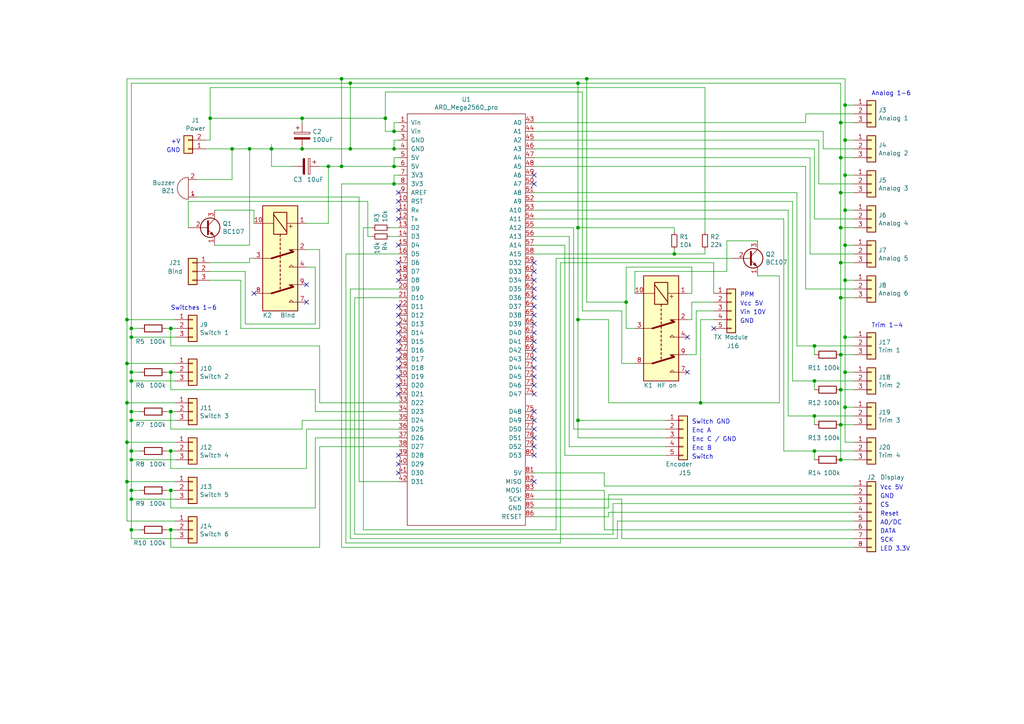
<source format=kicad_sch>
(kicad_sch (version 20211123) (generator eeschema)
  (paper "A4")
  (lib_symbols
    (symbol "Connector_Generic:Conn_01x02" (pin_names (offset 1.016) hide)
      (property "Reference" "J" (at 0 2.54 0))
      (property "Value" "Conn_01x02" (at 0 -5.08 0))
      (symbol "Conn_01x02_1_1"
        (rectangle (start -1.27 -2.413) (end 0 -2.667) (stroke (width 0.1524)))
        (rectangle (start -1.27 0.127) (end 0 -0.127) (stroke (width 0.1524)))
        (rectangle (start -1.27 1.27) (end 1.27 -3.81) (stroke (width 0.254)) (fill (type background)))
        (pin passive line (at -5.08 0 0) (length 3.81) (name "Pin_1") (number "1"))
        (pin passive line (at -5.08 -2.54 0) (length 3.81) (name "Pin_2") (number "2"))
      )
    )
    (symbol "Connector_Generic:Conn_01x03" (pin_names (offset 1.016) hide)
      (property "Reference" "J" (at 0 5.08 0))
      (property "Value" "Conn_01x03" (at 0 -5.08 0))
      (symbol "Conn_01x03_1_1"
        (rectangle (start -1.27 -2.413) (end 0 -2.667) (stroke (width 0.1524)))
        (rectangle (start -1.27 0.127) (end 0 -0.127) (stroke (width 0.1524)))
        (rectangle (start -1.27 2.667) (end 0 2.413) (stroke (width 0.1524)))
        (rectangle (start -1.27 3.81) (end 1.27 -3.81) (stroke (width 0.254)) (fill (type background)))
        (pin passive line (at -5.08 2.54 0) (length 3.81) (name "Pin_1") (number "1"))
        (pin passive line (at -5.08 0 0) (length 3.81) (name "Pin_2") (number "2"))
        (pin passive line (at -5.08 -2.54 0) (length 3.81) (name "Pin_3") (number "3"))
      )
    )
    (symbol "Connector_Generic:Conn_01x05" (pin_names (offset 1.016) hide)
      (property "Reference" "J" (at 0 7.62 0))
      (property "Value" "Conn_01x05" (at 0 -7.62 0))
      (symbol "Conn_01x05_1_1"
        (rectangle (start -1.27 -4.953) (end 0 -5.207) (stroke (width 0.1524)))
        (rectangle (start -1.27 -2.413) (end 0 -2.667) (stroke (width 0.1524)))
        (rectangle (start -1.27 0.127) (end 0 -0.127) (stroke (width 0.1524)))
        (rectangle (start -1.27 2.667) (end 0 2.413) (stroke (width 0.1524)))
        (rectangle (start -1.27 5.207) (end 0 4.953) (stroke (width 0.1524)))
        (rectangle (start -1.27 6.35) (end 1.27 -6.35) (stroke (width 0.254)) (fill (type background)))
        (pin passive line (at -5.08 5.08 0) (length 3.81) (name "Pin_1") (number "1"))
        (pin passive line (at -5.08 2.54 0) (length 3.81) (name "Pin_2") (number "2"))
        (pin passive line (at -5.08 0 0) (length 3.81) (name "Pin_3") (number "3"))
        (pin passive line (at -5.08 -2.54 0) (length 3.81) (name "Pin_4") (number "4"))
        (pin passive line (at -5.08 -5.08 0) (length 3.81) (name "Pin_5") (number "5"))
      )
    )
    (symbol "Connector_Generic:Conn_01x08" (pin_names (offset 1.016) hide)
      (property "Reference" "J" (at 0 10.16 0))
      (property "Value" "Conn_01x08" (at 0 -12.7 0))
      (symbol "Conn_01x08_1_1"
        (rectangle (start -1.27 -10.033) (end 0 -10.287) (stroke (width 0.1524)))
        (rectangle (start -1.27 -7.493) (end 0 -7.747) (stroke (width 0.1524)))
        (rectangle (start -1.27 -4.953) (end 0 -5.207) (stroke (width 0.1524)))
        (rectangle (start -1.27 -2.413) (end 0 -2.667) (stroke (width 0.1524)))
        (rectangle (start -1.27 0.127) (end 0 -0.127) (stroke (width 0.1524)))
        (rectangle (start -1.27 2.667) (end 0 2.413) (stroke (width 0.1524)))
        (rectangle (start -1.27 5.207) (end 0 4.953) (stroke (width 0.1524)))
        (rectangle (start -1.27 7.747) (end 0 7.493) (stroke (width 0.1524)))
        (rectangle (start -1.27 8.89) (end 1.27 -11.43) (stroke (width 0.254)) (fill (type background)))
        (pin passive line (at -5.08 7.62 0) (length 3.81) (name "Pin_1") (number "1"))
        (pin passive line (at -5.08 5.08 0) (length 3.81) (name "Pin_2") (number "2"))
        (pin passive line (at -5.08 2.54 0) (length 3.81) (name "Pin_3") (number "3"))
        (pin passive line (at -5.08 0 0) (length 3.81) (name "Pin_4") (number "4"))
        (pin passive line (at -5.08 -2.54 0) (length 3.81) (name "Pin_5") (number "5"))
        (pin passive line (at -5.08 -5.08 0) (length 3.81) (name "Pin_6") (number "6"))
        (pin passive line (at -5.08 -7.62 0) (length 3.81) (name "Pin_7") (number "7"))
        (pin passive line (at -5.08 -10.16 0) (length 3.81) (name "Pin_8") (number "8"))
      )
    )
    (symbol "Device:Buzzer" (pin_names (offset 0.0254) hide)
      (property "Reference" "BZ" (at 3.81 1.27 0))
      (property "Value" "Buzzer" (at 3.81 -1.27 0))
      (symbol "Buzzer_0_1"
        (arc (start 0 -3.175) (mid 3.175 0) (end 0 3.175))
        (polyline (pts (xy -1.651 1.905) (xy -1.143 1.905)))
        (polyline (pts (xy -1.397 2.159) (xy -1.397 1.651)))
        (polyline (pts (xy 0 3.175) (xy 0 -3.175)))
      )
      (symbol "Buzzer_1_1"
        (pin passive line (at -2.54 2.54 0) (length 2.54) (name "-") (number "1"))
        (pin passive line (at -2.54 -2.54 0) (length 2.54) (name "+") (number "2"))
      )
    )
    (symbol "Device:R" (pin_numbers hide) (pin_names (offset 0))
      (property "Reference" "R" (at 2.032 0 90))
      (property "Value" "R" (at 0 0 90))
      (symbol "R_0_1"
        (rectangle (start -1.016 -2.54) (end 1.016 2.54) (stroke (width 0.254)))
      )
      (symbol "R_1_1"
        (pin passive line (at 0 3.81 270) (length 1.27) (name "~") (number "1"))
        (pin passive line (at 0 -3.81 90) (length 1.27) (name "~") (number "2"))
      )
    )
    (symbol "Device:R_Small" (pin_numbers hide) (pin_names (offset 0.254) hide)
      (property "Reference" "R" (at 0.762 0.508 0))
      (property "Value" "R_Small" (at 0.762 -1.016 0))
      (symbol "R_Small_0_1"
        (rectangle (start -0.762 1.778) (end 0.762 -1.778) (stroke (width 0.2032)))
      )
      (symbol "R_Small_1_1"
        (pin passive line (at 0 2.54 270) (length 0.762) (name "~") (number "1"))
        (pin passive line (at 0 -2.54 90) (length 0.762) (name "~") (number "2"))
      )
    )
    (symbol "Relay:FRT5"
      (property "Reference" "K" (at 16.51 3.81 0))
      (property "Value" "FRT5" (at 16.51 1.27 0))
      (symbol "FRT5_0_0"
        (text "+" (at -9.271 2.921 0) (effects (font (size 1.27 1.27))))
      )
      (symbol "FRT5_0_1"
        (rectangle (start -15.24 5.08) (end 15.24 -5.08) (stroke (width 0.254)) (fill (type background)))
        (rectangle (start -13.335 1.905) (end -6.985 -1.905) (stroke (width 0.254)))
        (polyline (pts (xy -12.7 -1.905) (xy -7.62 1.905)) (stroke (width 0.254)))
        (polyline (pts (xy -10.16 -5.08) (xy -10.16 -1.905)))
        (polyline (pts (xy -10.16 5.08) (xy -10.16 1.905)))
        (polyline (pts (xy -6.985 0) (xy -6.35 0)) (stroke (width 0.254)))
        (polyline (pts (xy -5.715 0) (xy -5.08 0)) (stroke (width 0.254)))
        (polyline (pts (xy -4.445 0) (xy -3.81 0)) (stroke (width 0.254)))
        (polyline (pts (xy -3.175 0) (xy -2.54 0)) (stroke (width 0.254)))
        (polyline (pts (xy -1.905 0) (xy -1.27 0)) (stroke (width 0.254)))
        (polyline (pts (xy -0.635 0) (xy 0 0)) (stroke (width 0.254)))
        (polyline (pts (xy 0 -2.54) (xy -1.905 3.81)) (stroke (width 0.508)))
        (polyline (pts (xy 0 -2.54) (xy 0 -5.08)))
        (polyline (pts (xy 0.635 0) (xy 1.27 0)) (stroke (width 0.254)))
        (polyline (pts (xy 1.905 0) (xy 2.54 0)) (stroke (width 0.254)))
        (polyline (pts (xy 3.175 0) (xy 3.81 0)) (stroke (width 0.254)))
        (polyline (pts (xy 4.445 0) (xy 5.08 0)) (stroke (width 0.254)))
        (polyline (pts (xy 5.715 0) (xy 6.35 0)) (stroke (width 0.254)))
        (polyline (pts (xy 6.985 0) (xy 7.62 0)) (stroke (width 0.254)))
        (polyline (pts (xy 8.255 0) (xy 8.89 0)) (stroke (width 0.254)))
        (polyline (pts (xy 10.16 -2.54) (xy 8.255 3.81)) (stroke (width 0.508)))
        (polyline (pts (xy 10.16 -2.54) (xy 10.16 -5.08)))
        (polyline (pts (xy -2.54 5.08) (xy -2.54 2.54) (xy -1.905 3.175) (xy -2.54 3.81)) (fill (type outline)))
        (polyline (pts (xy 2.54 5.08) (xy 2.54 2.54) (xy 1.905 3.175) (xy 2.54 3.81)))
        (polyline (pts (xy 7.62 5.08) (xy 7.62 2.54) (xy 8.255 3.175) (xy 7.62 3.81)) (fill (type outline)))
        (polyline (pts (xy 12.7 5.08) (xy 12.7 2.54) (xy 12.065 3.175) (xy 12.7 3.81)))
      )
      (symbol "FRT5_1_1"
        (pin passive line (at -10.16 7.62 270) (length 2.54) (name "~") (number "1"))
        (pin passive line (at -10.16 -7.62 90) (length 2.54) (name "~") (number "10"))
        (pin passive line (at -2.54 7.62 270) (length 2.54) (name "~") (number "2"))
        (pin passive line (at 0 -7.62 90) (length 2.54) (name "~") (number "3"))
        (pin passive line (at 2.54 7.62 270) (length 2.54) (name "~") (number "4"))
        (pin passive line (at 12.7 7.62 270) (length 2.54) (name "~") (number "7"))
        (pin passive line (at 10.16 -7.62 90) (length 2.54) (name "~") (number "8"))
        (pin passive line (at 7.62 7.62 270) (length 2.54) (name "~") (number "9"))
      )
    )
    (symbol "Transistor_BJT:BC107" (pin_names (offset 0) hide)
      (property "Reference" "Q" (at 5.08 1.905 0))
      (property "Value" "BC107" (at 5.08 0 0))
      (symbol "BC107_0_1"
        (polyline (pts (xy 0.635 0.635) (xy 2.54 2.54)))
        (polyline (pts (xy 0.635 -0.635) (xy 2.54 -2.54) (xy 2.54 -2.54)))
        (polyline (pts (xy 0.635 1.905) (xy 0.635 -1.905) (xy 0.635 -1.905)) (stroke (width 0.508)))
        (polyline (pts (xy 1.27 -1.778) (xy 1.778 -1.27) (xy 2.286 -2.286) (xy 1.27 -1.778) (xy 1.27 -1.778)) (fill (type outline)))
        (circle (center 1.27 0) (radius 2.8194) (stroke (width 0.254)))
      )
      (symbol "BC107_1_1"
        (pin passive line (at 2.54 -5.08 90) (length 2.54) (name "E") (number "1"))
        (pin input line (at -5.08 0 0) (length 5.715) (name "B") (number "2"))
        (pin passive line (at 2.54 5.08 270) (length 2.54) (name "C") (number "3"))
      )
    )
    (symbol "joy-it:ARD_Mega2560_pro" (pin_names (offset 1.016))
      (property "Reference" "U" (at -1.27 43.18 0))
      (property "Value" "ARD_Mega2560_pro" (at 1.27 46.99 0))
      (symbol "ARD_Mega2560_pro_0_1"
        (rectangle (start -16.51 52.07) (end 17.78 -67.31))
      )
      (symbol "ARD_Mega2560_pro_1_1"
        (pin power_in line (at -19.05 49.53 0) (length 2.54) (name "Vin") (number "1"))
        (pin input line (at -19.05 26.67 0) (length 2.54) (name "RST") (number "10"))
        (pin input line (at -19.05 24.13 0) (length 2.54) (name "Rx") (number "11"))
        (pin output line (at -19.05 21.59 0) (length 2.54) (name "Tx") (number "12"))
        (pin bidirectional line (at -19.05 19.05 0) (length 2.54) (name "D2") (number "13"))
        (pin bidirectional line (at -19.05 16.51 0) (length 2.54) (name "D3") (number "14"))
        (pin bidirectional line (at -19.05 13.97 0) (length 2.54) (name "D4") (number "15"))
        (pin bidirectional line (at -19.05 11.43 0) (length 2.54) (name "D5") (number "16"))
        (pin bidirectional line (at -19.05 8.89 0) (length 2.54) (name "D6") (number "17"))
        (pin bidirectional line (at -19.05 6.35 0) (length 2.54) (name "D7") (number "18"))
        (pin bidirectional line (at -19.05 3.81 0) (length 2.54) (name "D8") (number "19"))
        (pin power_in line (at -19.05 46.99 0) (length 2.54) (name "Vin") (number "2"))
        (pin bidirectional line (at -19.05 1.27 0) (length 2.54) (name "D9") (number "20"))
        (pin bidirectional line (at -19.05 -1.27 0) (length 2.54) (name "D10") (number "21"))
        (pin bidirectional line (at -19.05 -3.81 0) (length 2.54) (name "D11") (number "22"))
        (pin bidirectional line (at -19.05 -6.35 0) (length 2.54) (name "D12") (number "23"))
        (pin bidirectional line (at -19.05 -8.89 0) (length 2.54) (name "D13") (number "24"))
        (pin bidirectional line (at -19.05 -11.43 0) (length 2.54) (name "D14") (number "25"))
        (pin bidirectional line (at -19.05 -13.97 0) (length 2.54) (name "D15") (number "26"))
        (pin bidirectional line (at -19.05 -16.51 0) (length 2.54) (name "D16") (number "27"))
        (pin bidirectional line (at -19.05 -19.05 0) (length 2.54) (name "D17") (number "28"))
        (pin bidirectional line (at -19.05 -21.59 0) (length 2.54) (name "D18") (number "29"))
        (pin power_in line (at -19.05 44.45 0) (length 2.54) (name "GND") (number "3"))
        (pin bidirectional line (at -19.05 -24.13 0) (length 2.54) (name "D19") (number "30"))
        (pin bidirectional line (at -19.05 -26.67 0) (length 2.54) (name "D20") (number "31"))
        (pin bidirectional line (at -19.05 -29.21 0) (length 2.54) (name "D21") (number "32"))
        (pin bidirectional line (at -19.05 -31.75 0) (length 2.54) (name "D22") (number "33"))
        (pin bidirectional line (at -19.05 -34.29 0) (length 2.54) (name "D23") (number "34"))
        (pin bidirectional line (at -19.05 -36.83 0) (length 2.54) (name "D24") (number "35"))
        (pin bidirectional line (at -19.05 -39.37 0) (length 2.54) (name "D25") (number "36"))
        (pin bidirectional line (at -19.05 -41.91 0) (length 2.54) (name "D26") (number "37"))
        (pin bidirectional line (at -19.05 -44.45 0) (length 2.54) (name "D27") (number "38"))
        (pin bidirectional line (at -19.05 -46.99 0) (length 2.54) (name "D28") (number "39"))
        (pin power_in line (at -19.05 41.91 0) (length 2.54) (name "GND") (number "4"))
        (pin bidirectional line (at -19.05 -49.53 0) (length 2.54) (name "D29") (number "40"))
        (pin bidirectional line (at -19.05 -52.07 0) (length 2.54) (name "D30") (number "41"))
        (pin bidirectional line (at -19.05 -54.61 0) (length 2.54) (name "D31") (number "42"))
        (pin bidirectional line (at 20.32 49.53 180) (length 2.54) (name "A0") (number "43"))
        (pin bidirectional line (at 20.32 46.99 180) (length 2.54) (name "A1") (number "44"))
        (pin bidirectional line (at 20.32 44.45 180) (length 2.54) (name "A2") (number "45"))
        (pin bidirectional line (at 20.32 41.91 180) (length 2.54) (name "A3") (number "46"))
        (pin bidirectional line (at 20.32 39.37 180) (length 2.54) (name "A4") (number "47"))
        (pin bidirectional line (at 20.32 36.83 180) (length 2.54) (name "A5") (number "48"))
        (pin bidirectional line (at 20.32 34.29 180) (length 2.54) (name "A6") (number "49"))
        (pin power_out line (at -19.05 39.37 0) (length 2.54) (name "5V") (number "5"))
        (pin bidirectional line (at 20.32 31.75 180) (length 2.54) (name "A7") (number "50"))
        (pin bidirectional line (at 20.32 29.21 180) (length 2.54) (name "A8") (number "51"))
        (pin bidirectional line (at 20.32 26.67 180) (length 2.54) (name "A9") (number "52"))
        (pin bidirectional line (at 20.32 24.13 180) (length 2.54) (name "A10") (number "53"))
        (pin bidirectional line (at 20.32 21.59 180) (length 2.54) (name "A11") (number "54"))
        (pin bidirectional line (at 20.32 19.05 180) (length 2.54) (name "A12") (number "55"))
        (pin bidirectional line (at 20.32 16.51 180) (length 2.54) (name "A13") (number "56"))
        (pin bidirectional line (at 20.32 13.97 180) (length 2.54) (name "A14") (number "57"))
        (pin bidirectional line (at 20.32 11.43 180) (length 2.54) (name "A15") (number "58"))
        (pin bidirectional line (at 20.32 8.89 180) (length 2.54) (name "D32") (number "59"))
        (pin power_out line (at -19.05 36.83 0) (length 2.54) (name "5V") (number "6"))
        (pin bidirectional line (at 20.32 6.35 180) (length 2.54) (name "D33") (number "60"))
        (pin bidirectional line (at 20.32 3.81 180) (length 2.54) (name "D34") (number "61"))
        (pin bidirectional line (at 20.32 1.27 180) (length 2.54) (name "D35") (number "62"))
        (pin bidirectional line (at 20.32 -1.27 180) (length 2.54) (name "D36") (number "63"))
        (pin bidirectional line (at 20.32 -3.81 180) (length 2.54) (name "D37") (number "64"))
        (pin bidirectional line (at 20.32 -6.35 180) (length 2.54) (name "D38") (number "65"))
        (pin bidirectional line (at 20.32 -8.89 180) (length 2.54) (name "D39") (number "66"))
        (pin bidirectional line (at 20.32 -11.43 180) (length 2.54) (name "D40") (number "67"))
        (pin bidirectional line (at 20.32 -13.97 180) (length 2.54) (name "D41") (number "68"))
        (pin bidirectional line (at 20.32 -16.51 180) (length 2.54) (name "D42") (number "69"))
        (pin power_out line (at -19.05 34.29 0) (length 2.54) (name "3V3") (number "7"))
        (pin bidirectional line (at 20.32 -19.05 180) (length 2.54) (name "D43") (number "70"))
        (pin bidirectional line (at 20.32 -21.59 180) (length 2.54) (name "D44") (number "71"))
        (pin bidirectional line (at 20.32 -24.13 180) (length 2.54) (name "D45") (number "72"))
        (pin bidirectional line (at 20.32 -26.67 180) (length 2.54) (name "D46") (number "73"))
        (pin bidirectional line (at 20.32 -29.21 180) (length 2.54) (name "D47") (number "74"))
        (pin bidirectional line (at 20.32 -34.29 180) (length 2.54) (name "D48") (number "75"))
        (pin bidirectional line (at 20.32 -36.83 180) (length 2.54) (name "D49") (number "76"))
        (pin bidirectional line (at 20.32 -39.37 180) (length 2.54) (name "D50") (number "77"))
        (pin bidirectional line (at 20.32 -41.91 180) (length 2.54) (name "D51") (number "78"))
        (pin bidirectional line (at 20.32 -44.45 180) (length 2.54) (name "D52") (number "79"))
        (pin power_out line (at -19.05 31.75 0) (length 2.54) (name "3V3") (number "8"))
        (pin bidirectional line (at 20.32 -46.99 180) (length 2.54) (name "D53") (number "80"))
        (pin power_out line (at 20.32 -52.07 180) (length 2.54) (name "5V") (number "81"))
        (pin input line (at 20.32 -54.61 180) (length 2.54) (name "MISO") (number "82"))
        (pin output line (at 20.32 -57.15 180) (length 2.54) (name "MOSI") (number "83"))
        (pin output line (at 20.32 -59.69 180) (length 2.54) (name "SCK") (number "84"))
        (pin power_out line (at 20.32 -62.23 180) (length 2.54) (name "GND") (number "85"))
        (pin tri_state line (at 20.32 -64.77 180) (length 2.54) (name "RESET") (number "86"))
        (pin input line (at -19.05 29.21 0) (length 2.54) (name "AREF") (number "9"))
      )
    )
    (symbol "txboardmega-rescue:CP-Device" (pin_numbers hide) (pin_names (offset 0.254))
      (property "Reference" "C" (at 0.635 2.54 0))
      (property "Value" "CP-Device" (at 0.635 -2.54 0))
      (symbol "CP-Device_0_1"
        (rectangle (start -2.286 0.508) (end 2.286 1.016))
        (polyline (pts (xy -1.778 2.286) (xy -0.762 2.286)))
        (polyline (pts (xy -1.27 2.794) (xy -1.27 1.778)))
        (rectangle (start 2.286 -0.508) (end -2.286 -1.016) (fill (type outline)))
      )
      (symbol "CP-Device_1_1"
        (pin passive line (at 0 3.81 270) (length 2.794) (name "~") (number "1"))
        (pin passive line (at 0 -3.81 90) (length 2.794) (name "~") (number "2"))
      )
    )
  )
  (junction (at 49.53 153.67))
  (junction (at 38.1 107.95))
  (junction (at 38.1 153.67))
  (junction (at 99.06 22.86))
  (junction (at 243.84 123.19))
  (junction (at 181.61 87.63))
  (junction (at 243.84 86.36))
  (junction (at 245.11 60.96))
  (junction (at 38.1 130.81))
  (junction (at 95.25 48.26))
  (junction (at 236.22 100.33))
  (junction (at 49.53 119.38))
  (junction (at 36.83 92.71))
  (junction (at 243.84 35.56))
  (junction (at 243.84 133.35))
  (junction (at 36.83 116.84))
  (junction (at 245.11 30.48))
  (junction (at 245.11 71.12))
  (junction (at 243.84 66.04))
  (junction (at 49.53 95.25))
  (junction (at 170.18 22.86))
  (junction (at 101.6 43.18))
  (junction (at 114.3 38.1))
  (junction (at 99.06 48.26))
  (junction (at 203.2 116.84))
  (junction (at 87.63 43.18))
  (junction (at 243.84 102.87))
  (junction (at 245.11 81.28))
  (junction (at 114.3 43.18))
  (junction (at 72.39 43.18))
  (junction (at 49.53 130.81))
  (junction (at 114.3 48.26))
  (junction (at 243.84 45.72))
  (junction (at 236.22 110.49))
  (junction (at 36.83 128.27))
  (junction (at 38.1 97.79))
  (junction (at 245.11 97.79))
  (junction (at 245.11 118.11))
  (junction (at 36.83 139.7))
  (junction (at 167.64 92.71))
  (junction (at 236.22 120.65))
  (junction (at 49.53 142.24))
  (junction (at 38.1 119.38))
  (junction (at 87.63 34.29))
  (junction (at 167.64 24.13))
  (junction (at 101.6 24.13))
  (junction (at 49.53 107.95))
  (junction (at 167.64 66.04))
  (junction (at 245.11 40.64))
  (junction (at 38.1 110.49))
  (junction (at 245.11 50.8))
  (junction (at 195.58 73.66))
  (junction (at 114.3 53.34))
  (junction (at 245.11 107.95))
  (junction (at 60.96 34.29))
  (junction (at 38.1 133.35))
  (junction (at 243.84 55.88))
  (junction (at 36.83 105.41))
  (junction (at 38.1 95.25))
  (junction (at 38.1 144.78))
  (junction (at 243.84 113.03))
  (junction (at 78.74 43.18))
  (junction (at 111.76 34.29))
  (junction (at 38.1 121.92))
  (junction (at 67.31 43.18))
  (junction (at 38.1 142.24))
  (junction (at 243.84 76.2))
  (junction (at 167.64 121.92))
  (junction (at 236.22 130.81))
  (no_connect (at 115.57 111.76))
  (no_connect (at 115.57 96.52))
  (no_connect (at 115.57 101.6))
  (no_connect (at 115.57 71.12))
  (no_connect (at 115.57 114.3))
  (no_connect (at 115.57 60.96))
  (no_connect (at 88.9 87.63))
  (no_connect (at 154.94 121.92))
  (no_connect (at 199.39 97.79))
  (no_connect (at 207.01 95.25))
  (no_connect (at 154.94 111.76))
  (no_connect (at 154.94 129.54))
  (no_connect (at 154.94 106.68))
  (no_connect (at 154.94 96.52))
  (no_connect (at 115.57 76.2))
  (no_connect (at 115.57 81.28))
  (no_connect (at 115.57 132.08))
  (no_connect (at 199.39 107.95))
  (no_connect (at 154.94 78.74))
  (no_connect (at 115.57 91.44))
  (no_connect (at 115.57 109.22))
  (no_connect (at 154.94 127))
  (no_connect (at 115.57 63.5))
  (no_connect (at 154.94 50.8))
  (no_connect (at 115.57 106.68))
  (no_connect (at 154.94 114.3))
  (no_connect (at 88.9 82.55))
  (no_connect (at 115.57 93.98))
  (no_connect (at 115.57 88.9))
  (no_connect (at 115.57 55.88))
  (no_connect (at 115.57 137.16))
  (no_connect (at 154.94 76.2))
  (no_connect (at 154.94 83.82))
  (no_connect (at 115.57 78.74))
  (no_connect (at 154.94 104.14))
  (no_connect (at 154.94 81.28))
  (no_connect (at 154.94 88.9))
  (no_connect (at 154.94 101.6))
  (no_connect (at 154.94 53.34))
  (no_connect (at 115.57 104.14))
  (no_connect (at 115.57 134.62))
  (no_connect (at 154.94 124.46))
  (no_connect (at 154.94 91.44))
  (no_connect (at 154.94 86.36))
  (no_connect (at 154.94 109.22))
  (no_connect (at 154.94 139.7))
  (no_connect (at 154.94 132.08))
  (no_connect (at 154.94 99.06))
  (no_connect (at 115.57 99.06))
  (no_connect (at 73.66 85.09))
  (no_connect (at 115.57 58.42))
  (no_connect (at 154.94 93.98))
  (no_connect (at 154.94 119.38))
  (wire (pts (xy 245.11 71.12) (xy 247.65 71.12)))
  (wire (pts (xy 175.26 142.24) (xy 175.26 153.67)))
  (wire (pts (xy 62.23 60.96) (xy 73.66 60.96)))
  (wire (pts (xy 59.69 40.64) (xy 60.96 40.64)))
  (wire (pts (xy 48.26 95.25) (xy 49.53 95.25)))
  (wire (pts (xy 179.07 156.21) (xy 179.07 151.13)))
  (wire (pts (xy 167.64 121.92) (xy 167.64 92.71)))
  (wire (pts (xy 38.1 133.35) (xy 38.1 142.24)))
  (wire (pts (xy 245.11 128.27) (xy 247.65 128.27)))
  (wire (pts (xy 36.83 116.84) (xy 36.83 128.27)))
  (wire (pts (xy 154.94 144.78) (xy 180.34 144.78)))
  (wire (pts (xy 101.6 24.13) (xy 167.64 24.13)))
  (wire (pts (xy 36.83 92.71) (xy 36.83 105.41)))
  (wire (pts (xy 154.94 48.26) (xy 233.68 48.26)))
  (wire (pts (xy 212.09 74.93) (xy 161.29 74.93)))
  (wire (pts (xy 114.3 53.34) (xy 99.06 53.34)))
  (wire (pts (xy 203.2 116.84) (xy 203.2 92.71)))
  (wire (pts (xy 114.3 45.72) (xy 114.3 48.26)))
  (wire (pts (xy 236.22 63.5) (xy 247.65 63.5)))
  (wire (pts (xy 175.26 153.67) (xy 247.65 153.67)))
  (wire (pts (xy 38.1 133.35) (xy 50.8 133.35)))
  (wire (pts (xy 245.11 118.11) (xy 245.11 128.27)))
  (wire (pts (xy 181.61 87.63) (xy 181.61 77.47)))
  (wire (pts (xy 176.53 149.86) (xy 176.53 148.59)))
  (wire (pts (xy 100.33 157.48) (xy 162.56 157.48)))
  (wire (pts (xy 245.11 107.95) (xy 245.11 118.11)))
  (wire (pts (xy 40.64 130.81) (xy 38.1 130.81)))
  (wire (pts (xy 163.83 132.08) (xy 193.04 132.08)))
  (wire (pts (xy 154.94 58.42) (xy 229.87 58.42)))
  (wire (pts (xy 236.22 130.81) (xy 247.65 130.81)))
  (wire (pts (xy 176.53 92.71) (xy 167.64 92.71)))
  (wire (pts (xy 243.84 102.87) (xy 243.84 113.03)))
  (wire (pts (xy 233.68 35.56) (xy 233.68 33.02)))
  (wire (pts (xy 236.22 43.18) (xy 236.22 63.5)))
  (wire (pts (xy 243.84 45.72) (xy 243.84 55.88)))
  (wire (pts (xy 233.68 48.26) (xy 233.68 83.82)))
  (wire (pts (xy 114.3 35.56) (xy 114.3 38.1)))
  (wire (pts (xy 177.8 154.94) (xy 177.8 146.05)))
  (wire (pts (xy 36.83 105.41) (xy 36.83 116.84)))
  (wire (pts (xy 115.57 45.72) (xy 114.3 45.72)))
  (wire (pts (xy 111.76 26.67) (xy 111.76 34.29)))
  (wire (pts (xy 91.44 119.38) (xy 115.57 119.38)))
  (wire (pts (xy 165.1 68.58) (xy 154.94 68.58)))
  (wire (pts (xy 114.3 50.8) (xy 114.3 53.34)))
  (wire (pts (xy 49.53 119.38) (xy 49.53 124.46)))
  (wire (pts (xy 200.66 92.71) (xy 199.39 92.71)))
  (wire (pts (xy 111.76 38.1) (xy 114.3 38.1)))
  (wire (pts (xy 231.14 100.33) (xy 236.22 100.33)))
  (wire (pts (xy 154.94 40.64) (xy 237.49 40.64)))
  (wire (pts (xy 115.57 40.64) (xy 114.3 40.64)))
  (wire (pts (xy 92.71 48.26) (xy 95.25 48.26)))
  (wire (pts (xy 245.11 30.48) (xy 245.11 40.64)))
  (wire (pts (xy 48.26 153.67) (xy 49.53 153.67)))
  (wire (pts (xy 234.95 45.72) (xy 234.95 73.66)))
  (wire (pts (xy 247.65 35.56) (xy 243.84 35.56)))
  (wire (pts (xy 243.84 24.13) (xy 243.84 35.56)))
  (wire (pts (xy 243.84 76.2) (xy 247.65 76.2)))
  (wire (pts (xy 247.65 30.48) (xy 245.11 30.48)))
  (wire (pts (xy 237.49 53.34) (xy 247.65 53.34)))
  (wire (pts (xy 243.84 113.03) (xy 243.84 123.19)))
  (wire (pts (xy 40.64 95.25) (xy 38.1 95.25)))
  (wire (pts (xy 231.14 55.88) (xy 231.14 100.33)))
  (wire (pts (xy 161.29 74.93) (xy 161.29 153.67)))
  (wire (pts (xy 92.71 116.84) (xy 115.57 116.84)))
  (wire (pts (xy 245.11 40.64) (xy 245.11 50.8)))
  (wire (pts (xy 38.1 130.81) (xy 38.1 133.35)))
  (wire (pts (xy 38.1 144.78) (xy 50.8 144.78)))
  (wire (pts (xy 167.64 121.92) (xy 193.04 121.92)))
  (wire (pts (xy 38.1 97.79) (xy 38.1 107.95)))
  (wire (pts (xy 237.49 40.64) (xy 237.49 53.34)))
  (wire (pts (xy 154.94 35.56) (xy 233.68 35.56)))
  (wire (pts (xy 163.83 132.08) (xy 163.83 71.12)))
  (wire (pts (xy 238.76 43.18) (xy 247.65 43.18)))
  (wire (pts (xy 154.94 60.96) (xy 228.6 60.96)))
  (wire (pts (xy 88.9 135.89) (xy 88.9 124.46)))
  (wire (pts (xy 78.74 43.18) (xy 78.74 48.26)))
  (wire (pts (xy 247.65 55.88) (xy 243.84 55.88)))
  (wire (pts (xy 106.68 68.58) (xy 106.68 58.42)))
  (wire (pts (xy 176.53 116.84) (xy 203.2 116.84)))
  (wire (pts (xy 234.95 73.66) (xy 247.65 73.66)))
  (wire (pts (xy 245.11 81.28) (xy 245.11 71.12)))
  (wire (pts (xy 154.94 142.24) (xy 175.26 142.24)))
  (wire (pts (xy 49.53 153.67) (xy 49.53 158.75)))
  (wire (pts (xy 48.26 119.38) (xy 49.53 119.38)))
  (wire (pts (xy 227.33 63.5) (xy 227.33 130.81)))
  (wire (pts (xy 92.71 158.75) (xy 92.71 129.54)))
  (wire (pts (xy 78.74 43.18) (xy 87.63 43.18)))
  (wire (pts (xy 92.71 72.39) (xy 92.71 95.25)))
  (wire (pts (xy 99.06 22.86) (xy 170.18 22.86)))
  (wire (pts (xy 49.53 135.89) (xy 88.9 135.89)))
  (wire (pts (xy 204.47 72.39) (xy 204.47 73.66)))
  (wire (pts (xy 115.57 38.1) (xy 114.3 38.1)))
  (wire (pts (xy 38.1 121.92) (xy 38.1 130.81)))
  (wire (pts (xy 184.15 85.09) (xy 184.15 78.74)))
  (wire (pts (xy 154.94 137.16) (xy 175.26 137.16)))
  (wire (pts (xy 50.8 130.81) (xy 49.53 130.81)))
  (wire (pts (xy 101.6 83.82) (xy 101.6 156.21)))
  (wire (pts (xy 102.87 154.94) (xy 177.8 154.94)))
  (wire (pts (xy 233.68 33.02) (xy 247.65 33.02)))
  (wire (pts (xy 228.6 120.65) (xy 236.22 120.65)))
  (wire (pts (xy 229.87 58.42) (xy 229.87 110.49)))
  (wire (pts (xy 36.83 116.84) (xy 50.8 116.84)))
  (wire (pts (xy 91.44 127) (xy 115.57 127)))
  (wire (pts (xy 154.94 149.86) (xy 176.53 149.86)))
  (wire (pts (xy 245.11 118.11) (xy 247.65 118.11)))
  (wire (pts (xy 180.34 105.41) (xy 184.15 105.41)))
  (wire (pts (xy 247.65 81.28) (xy 245.11 81.28)))
  (wire (pts (xy 115.57 86.36) (xy 102.87 86.36)))
  (wire (pts (xy 87.63 35.56) (xy 87.63 34.29)))
  (wire (pts (xy 247.65 86.36) (xy 243.84 86.36)))
  (wire (pts (xy 176.53 92.71) (xy 176.53 116.84)))
  (wire (pts (xy 243.84 123.19) (xy 243.84 133.35)))
  (wire (pts (xy 49.53 100.33) (xy 92.71 100.33)))
  (wire (pts (xy 71.12 93.98) (xy 91.44 93.98)))
  (wire (pts (xy 54.61 58.42) (xy 54.61 66.04)))
  (wire (pts (xy 102.87 86.36) (xy 102.87 154.94)))
  (wire (pts (xy 168.91 90.17) (xy 180.34 90.17)))
  (wire (pts (xy 104.14 139.7) (xy 104.14 57.15)))
  (wire (pts (xy 38.1 110.49) (xy 50.8 110.49)))
  (wire (pts (xy 200.66 77.47) (xy 200.66 85.09)))
  (wire (pts (xy 180.34 90.17) (xy 180.34 105.41)))
  (wire (pts (xy 50.8 95.25) (xy 49.53 95.25)))
  (wire (pts (xy 247.65 40.64) (xy 245.11 40.64)))
  (wire (pts (xy 60.96 34.29) (xy 87.63 34.29)))
  (wire (pts (xy 245.11 60.96) (xy 245.11 71.12)))
  (wire (pts (xy 73.66 74.93) (xy 72.39 74.93)))
  (wire (pts (xy 243.84 86.36) (xy 243.84 102.87)))
  (wire (pts (xy 38.1 97.79) (xy 50.8 97.79)))
  (wire (pts (xy 247.65 50.8) (xy 245.11 50.8)))
  (wire (pts (xy 87.63 43.18) (xy 101.6 43.18)))
  (wire (pts (xy 99.06 53.34) (xy 99.06 158.75)))
  (wire (pts (xy 88.9 72.39) (xy 92.71 72.39)))
  (wire (pts (xy 115.57 48.26) (xy 114.3 48.26)))
  (wire (pts (xy 167.64 66.04) (xy 195.58 66.04)))
  (wire (pts (xy 36.83 105.41) (xy 50.8 105.41)))
  (wire (pts (xy 60.96 25.4) (xy 204.47 25.4)))
  (wire (pts (xy 38.1 121.92) (xy 50.8 121.92)))
  (wire (pts (xy 247.65 66.04) (xy 243.84 66.04)))
  (wire (pts (xy 179.07 151.13) (xy 247.65 151.13)))
  (wire (pts (xy 49.53 130.81) (xy 49.53 135.89)))
  (wire (pts (xy 67.31 43.18) (xy 72.39 43.18)))
  (wire (pts (xy 38.1 24.13) (xy 38.1 95.25)))
  (wire (pts (xy 78.74 48.26) (xy 85.09 48.26)))
  (wire (pts (xy 48.26 142.24) (xy 49.53 142.24)))
  (wire (pts (xy 62.23 71.12) (xy 72.39 71.12)))
  (wire (pts (xy 180.34 156.21) (xy 247.65 156.21)))
  (wire (pts (xy 247.65 45.72) (xy 243.84 45.72)))
  (wire (pts (xy 50.8 119.38) (xy 49.53 119.38)))
  (wire (pts (xy 210.82 69.85) (xy 219.71 69.85)))
  (wire (pts (xy 73.66 60.96) (xy 73.66 64.77)))
  (wire (pts (xy 176.53 143.51) (xy 247.65 143.51)))
  (wire (pts (xy 92.71 129.54) (xy 115.57 129.54)))
  (wire (pts (xy 115.57 53.34) (xy 114.3 53.34)))
  (wire (pts (xy 226.06 116.84) (xy 226.06 80.01)))
  (wire (pts (xy 49.53 107.95) (xy 49.53 113.03)))
  (wire (pts (xy 95.25 48.26) (xy 99.06 48.26)))
  (wire (pts (xy 38.1 107.95) (xy 38.1 110.49)))
  (wire (pts (xy 243.84 113.03) (xy 247.65 113.03)))
  (wire (pts (xy 201.93 102.87) (xy 199.39 102.87)))
  (wire (pts (xy 106.68 58.42) (xy 54.61 58.42)))
  (wire (pts (xy 114.3 43.18) (xy 101.6 43.18)))
  (wire (pts (xy 111.76 34.29) (xy 111.76 38.1)))
  (wire (pts (xy 99.06 22.86) (xy 36.83 22.86)))
  (wire (pts (xy 154.94 38.1) (xy 238.76 38.1)))
  (wire (pts (xy 40.64 153.67) (xy 38.1 153.67)))
  (wire (pts (xy 95.25 64.77) (xy 88.9 64.77)))
  (wire (pts (xy 36.83 139.7) (xy 50.8 139.7)))
  (wire (pts (xy 243.84 102.87) (xy 247.65 102.87)))
  (wire (pts (xy 200.66 87.63) (xy 200.66 92.71)))
  (wire (pts (xy 101.6 156.21) (xy 179.07 156.21)))
  (wire (pts (xy 67.31 52.07) (xy 67.31 43.18)))
  (wire (pts (xy 38.1 144.78) (xy 38.1 153.67)))
  (wire (pts (xy 195.58 72.39) (xy 195.58 73.66)))
  (wire (pts (xy 50.8 142.24) (xy 49.53 142.24)))
  (wire (pts (xy 36.83 128.27) (xy 36.83 139.7)))
  (wire (pts (xy 49.53 113.03) (xy 91.44 113.03)))
  (wire (pts (xy 87.63 121.92) (xy 115.57 121.92)))
  (wire (pts (xy 72.39 43.18) (xy 78.74 43.18)))
  (wire (pts (xy 201.93 90.17) (xy 201.93 102.87)))
  (wire (pts (xy 49.53 147.32) (xy 91.44 147.32)))
  (wire (pts (xy 114.3 48.26) (xy 99.06 48.26)))
  (wire (pts (xy 162.56 76.2) (xy 207.01 76.2)))
  (wire (pts (xy 87.63 34.29) (xy 111.76 34.29)))
  (wire (pts (xy 115.57 50.8) (xy 114.3 50.8)))
  (wire (pts (xy 228.6 60.96) (xy 228.6 120.65)))
  (wire (pts (xy 49.53 158.75) (xy 92.71 158.75)))
  (wire (pts (xy 101.6 24.13) (xy 38.1 24.13)))
  (wire (pts (xy 87.63 124.46) (xy 87.63 121.92)))
  (wire (pts (xy 88.9 77.47) (xy 91.44 77.47)))
  (wire (pts (xy 227.33 130.81) (xy 236.22 130.81)))
  (wire (pts (xy 176.53 148.59) (xy 247.65 148.59)))
  (wire (pts (xy 168.91 26.67) (xy 111.76 26.67)))
  (wire (pts (xy 100.33 73.66) (xy 100.33 157.48)))
  (wire (pts (xy 247.65 60.96) (xy 245.11 60.96)))
  (wire (pts (xy 38.1 119.38) (xy 38.1 121.92)))
  (wire (pts (xy 101.6 43.18) (xy 101.6 24.13)))
  (wire (pts (xy 236.22 110.49) (xy 247.65 110.49)))
  (wire (pts (xy 236.22 133.35) (xy 236.22 130.81)))
  (wire (pts (xy 49.53 95.25) (xy 49.53 100.33)))
  (wire (pts (xy 91.44 147.32) (xy 91.44 127)))
  (wire (pts (xy 180.34 144.78) (xy 180.34 156.21)))
  (wire (pts (xy 113.03 66.04) (xy 115.57 66.04)))
  (wire (pts (xy 236.22 102.87) (xy 236.22 100.33)))
  (wire (pts (xy 165.1 129.54) (xy 165.1 68.58)))
  (wire (pts (xy 104.14 57.15) (xy 57.15 57.15)))
  (wire (pts (xy 72.39 71.12) (xy 72.39 43.18)))
  (wire (pts (xy 88.9 124.46) (xy 115.57 124.46)))
  (wire (pts (xy 40.64 119.38) (xy 38.1 119.38)))
  (wire (pts (xy 115.57 83.82) (xy 101.6 83.82)))
  (wire (pts (xy 107.95 68.58) (xy 106.68 68.58)))
  (wire (pts (xy 50.8 107.95) (xy 49.53 107.95)))
  (wire (pts (xy 236.22 120.65) (xy 247.65 120.65)))
  (wire (pts (xy 166.37 124.46) (xy 166.37 66.04)))
  (wire (pts (xy 181.61 87.63) (xy 170.18 87.63)))
  (wire (pts (xy 245.11 107.95) (xy 247.65 107.95)))
  (wire (pts (xy 175.26 140.97) (xy 247.65 140.97)))
  (wire (pts (xy 170.18 87.63) (xy 170.18 22.86)))
  (wire (pts (xy 40.64 107.95) (xy 38.1 107.95)))
  (wire (pts (xy 113.03 68.58) (xy 115.57 68.58)))
  (wire (pts (xy 36.83 128.27) (xy 50.8 128.27)))
  (wire (pts (xy 243.84 123.19) (xy 247.65 123.19)))
  (wire (pts (xy 161.29 153.67) (xy 105.41 153.67)))
  (wire (pts (xy 167.64 121.92) (xy 167.64 127)))
  (wire (pts (xy 163.83 71.12) (xy 154.94 71.12)))
  (wire (pts (xy 38.1 110.49) (xy 38.1 119.38)))
  (wire (pts (xy 92.71 95.25) (xy 69.85 95.25)))
  (wire (pts (xy 50.8 153.67) (xy 49.53 153.67)))
  (wire (pts (xy 95.25 48.26) (xy 95.25 64.77)))
  (wire (pts (xy 49.53 142.24) (xy 49.53 147.32)))
  (wire (pts (xy 49.53 124.46) (xy 87.63 124.46)))
  (wire (pts (xy 203.2 92.71) (xy 207.01 92.71)))
  (wire (pts (xy 203.2 116.84) (xy 226.06 116.84)))
  (wire (pts (xy 72.39 76.2) (xy 60.96 76.2)))
  (wire (pts (xy 167.64 24.13) (xy 167.64 66.04)))
  (wire (pts (xy 243.84 66.04) (xy 243.84 76.2)))
  (wire (pts (xy 245.11 50.8) (xy 245.11 60.96)))
  (wire (pts (xy 91.44 113.03) (xy 91.44 119.38)))
  (wire (pts (xy 115.57 35.56) (xy 114.3 35.56)))
  (wire (pts (xy 38.1 156.21) (xy 50.8 156.21)))
  (wire (pts (xy 210.82 78.74) (xy 210.82 69.85)))
  (wire (pts (xy 36.83 22.86) (xy 36.83 92.71)))
  (wire (pts (xy 78.74 41.91) (xy 78.74 43.18)))
  (wire (pts (xy 154.94 43.18) (xy 236.22 43.18)))
  (wire (pts (xy 226.06 80.01) (xy 219.71 80.01)))
  (wire (pts (xy 57.15 52.07) (xy 67.31 52.07)))
  (wire (pts (xy 245.11 97.79) (xy 245.11 107.95)))
  (wire (pts (xy 184.15 78.74) (xy 210.82 78.74)))
  (wire (pts (xy 243.84 35.56) (xy 243.84 45.72)))
  (wire (pts (xy 195.58 66.04) (xy 195.58 67.31)))
  (wire (pts (xy 99.06 158.75) (xy 247.65 158.75)))
  (wire (pts (xy 36.83 151.13) (xy 50.8 151.13)))
  (wire (pts (xy 168.91 90.17) (xy 168.91 26.67)))
  (wire (pts (xy 207.01 90.17) (xy 201.93 90.17)))
  (wire (pts (xy 105.41 66.04) (xy 107.95 66.04)))
  (wire (pts (xy 207.01 76.2) (xy 207.01 85.09)))
  (wire (pts (xy 71.12 78.74) (xy 60.96 78.74)))
  (wire (pts (xy 245.11 81.28) (xy 245.11 97.79)))
  (wire (pts (xy 154.94 45.72) (xy 234.95 45.72)))
  (wire (pts (xy 195.58 73.66) (xy 204.47 73.66)))
  (wire (pts (xy 114.3 40.64) (xy 114.3 43.18)))
  (wire (pts (xy 154.94 55.88) (xy 231.14 55.88)))
  (wire (pts (xy 154.94 147.32) (xy 176.53 147.32)))
  (wire (pts (xy 72.39 74.93) (xy 72.39 76.2)))
  (wire (pts (xy 48.26 107.95) (xy 49.53 107.95)))
  (wire (pts (xy 36.83 139.7) (xy 36.83 151.13)))
  (wire (pts (xy 233.68 83.82) (xy 247.65 83.82)))
  (wire (pts (xy 105.41 153.67) (xy 105.41 66.04)))
  (wire (pts (xy 38.1 95.25) (xy 38.1 97.79)))
  (wire (pts (xy 245.11 97.79) (xy 247.65 97.79)))
  (wire (pts (xy 238.76 38.1) (xy 238.76 43.18)))
  (wire (pts (xy 167.64 66.04) (xy 167.64 92.71)))
  (wire (pts (xy 69.85 81.28) (xy 60.96 81.28)))
  (wire (pts (xy 181.61 95.25) (xy 184.15 95.25)))
  (wire (pts (xy 245.11 22.86) (xy 245.11 30.48)))
  (wire (pts (xy 69.85 95.25) (xy 69.85 81.28)))
  (wire (pts (xy 60.96 25.4) (xy 60.96 34.29)))
  (wire (pts (xy 204.47 25.4) (xy 204.47 67.31)))
  (wire (pts (xy 166.37 124.46) (xy 193.04 124.46)))
  (wire (pts (xy 176.53 147.32) (xy 176.53 143.51)))
  (wire (pts (xy 48.26 130.81) (xy 49.53 130.81)))
  (wire (pts (xy 91.44 77.47) (xy 91.44 93.98)))
  (wire (pts (xy 115.57 73.66) (xy 100.33 73.66)))
  (wire (pts (xy 243.84 133.35) (xy 247.65 133.35)))
  (wire (pts (xy 181.61 77.47) (xy 200.66 77.47)))
  (wire (pts (xy 40.64 142.24) (xy 38.1 142.24)))
  (wire (pts (xy 207.01 87.63) (xy 200.66 87.63)))
  (wire (pts (xy 236.22 113.03) (xy 236.22 110.49)))
  (wire (pts (xy 243.84 86.36) (xy 243.84 76.2)))
  (wire (pts (xy 38.1 142.24) (xy 38.1 144.78)))
  (wire (pts (xy 36.83 92.71) (xy 50.8 92.71)))
  (wire (pts (xy 115.57 139.7) (xy 104.14 139.7)))
  (wire (pts (xy 92.71 100.33) (xy 92.71 116.84)))
  (wire (pts (xy 167.64 24.13) (xy 243.84 24.13)))
  (wire (pts (xy 166.37 66.04) (xy 154.94 66.04)))
  (wire (pts (xy 162.56 76.2) (xy 162.56 157.48)))
  (wire (pts (xy 236.22 123.19) (xy 236.22 120.65)))
  (wire (pts (xy 38.1 153.67) (xy 38.1 156.21)))
  (wire (pts (xy 200.66 85.09) (xy 199.39 85.09)))
  (wire (pts (xy 165.1 129.54) (xy 193.04 129.54)))
  (wire (pts (xy 181.61 87.63) (xy 181.61 95.25)))
  (wire (pts (xy 60.96 40.64) (xy 60.96 34.29)))
  (wire (pts (xy 59.69 43.18) (xy 67.31 43.18)))
  (wire (pts (xy 99.06 48.26) (xy 99.06 22.86)))
  (wire (pts (xy 71.12 93.98) (xy 71.12 78.74)))
  (wire (pts (xy 154.94 63.5) (xy 227.33 63.5)))
  (wire (pts (xy 167.64 127) (xy 193.04 127)))
  (wire (pts (xy 177.8 146.05) (xy 247.65 146.05)))
  (wire (pts (xy 175.26 137.16) (xy 175.26 140.97)))
  (wire (pts (xy 229.87 110.49) (xy 236.22 110.49)))
  (wire (pts (xy 236.22 100.33) (xy 247.65 100.33)))
  (wire (pts (xy 170.18 22.86) (xy 245.11 22.86)))
  (wire (pts (xy 154.94 73.66) (xy 195.58 73.66)))
  (wire (pts (xy 115.57 43.18) (xy 114.3 43.18)))
  (wire (pts (xy 243.84 55.88) (xy 243.84 66.04)))
  (text "Vcc 5V" (at 214.63 88.9 0) (effects (font (size 1.27 1.27)) (justify left bottom)))
  (text "A0/DC" (at 255.27 152.4 0) (effects (font (size 1.27 1.27)) (justify left bottom)))
  (text "LED 3.3V" (at 255.27 160.02 0) (effects (font (size 1.27 1.27)) (justify left bottom)))
  (text "Vin 10V" (at 214.63 91.44 0) (effects (font (size 1.27 1.27)) (justify left bottom)))
  (text "GND" (at 48.26 44.45 0) (effects (font (size 1.27 1.27)) (justify left bottom)))
  (text "PPM" (at 214.63 86.36 0) (effects (font (size 1.27 1.27)) (justify left bottom)))
  (text "GND" (at 255.27 144.78 0) (effects (font (size 1.27 1.27)) (justify left bottom)))
  (text "DATA" (at 255.27 154.94 0) (effects (font (size 1.27 1.27)) (justify left bottom)))
  (text "Switches 1-6" (at 49.53 90.17 0) (effects (font (size 1.27 1.27)) (justify left bottom)))
  (text "Enc C / GND" (at 200.66 128.27 0) (effects (font (size 1.27 1.27)) (justify left bottom)))
  (text "Switch" (at 200.66 133.35 0) (effects (font (size 1.27 1.27)) (justify left bottom)))
  (text "Enc A" (at 200.66 125.73 0) (effects (font (size 1.27 1.27)) (justify left bottom)))
  (text "Vcc 5V" (at 255.27 142.24 0) (effects (font (size 1.27 1.27)) (justify left bottom)))
  (text "Reset" (at 255.27 149.86 0) (effects (font (size 1.27 1.27)) (justify left bottom)))
  (text "Enc B" (at 200.66 130.81 0) (effects (font (size 1.27 1.27)) (justify left bottom)))
  (text "CS" (at 255.27 147.32 0) (effects (font (size 1.27 1.27)) (justify left bottom)))
  (text "GND" (at 214.63 93.98 0) (effects (font (size 1.27 1.27)) (justify left bottom)))
  (text "Analog 1-6" (at 252.73 27.94 0) (effects (font (size 1.27 1.27)) (justify left bottom)))
  (text "Switch GND" (at 200.66 123.19 0) (effects (font (size 1.27 1.27)) (justify left bottom)))
  (text "Trim 1-4" (at 252.73 95.25 0) (effects (font (size 1.27 1.27)) (justify left bottom)))
  (text "SCK" (at 255.27 157.48 0) (effects (font (size 1.27 1.27)) (justify left bottom)))
  (text "+V" (at 49.53 41.91 0) (effects (font (size 1.27 1.27)) (justify left bottom)))
  (symbol (lib_id "joy-it:ARD_Mega2560_pro") (at 134.62 85.09 0) (unit 1)
    (property "Reference" "U1" (at 135.255 28.829 0))
    (property "Value" "ARD_Mega2560_pro" (at 135.255 31.1404 0))
    (property "Footprint" "joy-it:ARD_Mega2560_pro" (effects hide))
  )
  (symbol (lib_id "Connector_Generic:Conn_01x08") (at 252.73 148.59 0) (unit 1)
    (property "Reference" "J2" (at 251.46 138.43 0) (effects (justify left)))
    (property "Value" "Display" (at 255.27 138.43 0) (effects (justify left)))
    (property "Footprint" "Connector_JST:JST_EH_B8B-EH-A_1x08_P2.50mm_Vertical" (effects hide))
  )
  (symbol (lib_id "Connector_Generic:Conn_01x02") (at 54.61 43.18 180) (unit 1)
    (property "Reference" "J1" (at 56.6928 34.925 0))
    (property "Value" "Power" (at 56.6928 37.2364 0))
    (property "Footprint" "Connector_JST:JST_EH_B2B-EH-A_1x02_P2.50mm_Vertical" (effects hide))
  )
  (symbol (lib_id "Connector_Generic:Conn_01x03") (at 252.73 33.02 0) (unit 1)
    (property "Reference" "J3" (at 254.762 31.9532 0) (effects (justify left)))
    (property "Value" "Analog 1" (at 254.762 34.2646 0) (effects (justify left)))
    (property "Footprint" "Connector_JST:JST_EH_B3B-EH-A_1x03_P2.50mm_Vertical" (effects hide))
  )
  (symbol (lib_id "Connector_Generic:Conn_01x03") (at 252.73 43.18 0) (unit 1)
    (property "Reference" "J4" (at 254.762 42.1132 0) (effects (justify left)))
    (property "Value" "Analog 2" (at 254.762 44.4246 0) (effects (justify left)))
    (property "Footprint" "Connector_JST:JST_EH_B3B-EH-A_1x03_P2.50mm_Vertical" (effects hide))
  )
  (symbol (lib_id "Connector_Generic:Conn_01x03") (at 252.73 53.34 0) (unit 1)
    (property "Reference" "J5" (at 254.762 52.2732 0) (effects (justify left)))
    (property "Value" "Analog 3" (at 254.762 54.5846 0) (effects (justify left)))
    (property "Footprint" "Connector_JST:JST_EH_B3B-EH-A_1x03_P2.50mm_Vertical" (effects hide))
  )
  (symbol (lib_id "Connector_Generic:Conn_01x03") (at 252.73 63.5 0) (unit 1)
    (property "Reference" "J6" (at 254.762 62.4332 0) (effects (justify left)))
    (property "Value" "Analog 4" (at 254.762 64.7446 0) (effects (justify left)))
    (property "Footprint" "Connector_JST:JST_EH_B3B-EH-A_1x03_P2.50mm_Vertical" (effects hide))
  )
  (symbol (lib_id "Connector_Generic:Conn_01x03") (at 252.73 73.66 0) (unit 1)
    (property "Reference" "J7" (at 254.762 72.5932 0) (effects (justify left)))
    (property "Value" "Analog 5" (at 254.762 74.9046 0) (effects (justify left)))
    (property "Footprint" "Connector_JST:JST_EH_B3B-EH-A_1x03_P2.50mm_Vertical" (effects hide))
  )
  (symbol (lib_id "Connector_Generic:Conn_01x03") (at 252.73 83.82 0) (unit 1)
    (property "Reference" "J8" (at 254.762 82.7532 0) (effects (justify left)))
    (property "Value" "Analog 6" (at 254.762 85.0646 0) (effects (justify left)))
    (property "Footprint" "Connector_JST:JST_EH_B3B-EH-A_1x03_P2.50mm_Vertical" (effects hide))
  )
  (symbol (lib_id "Connector_Generic:Conn_01x03") (at 55.88 95.25 0) (unit 1)
    (property "Reference" "J9" (at 57.912 94.1832 0) (effects (justify left)))
    (property "Value" "Switch 1" (at 57.912 96.4946 0) (effects (justify left)))
    (property "Footprint" "Connector_JST:JST_EH_B3B-EH-A_1x03_P2.50mm_Vertical" (effects hide))
  )
  (symbol (lib_id "Connector_Generic:Conn_01x03") (at 55.88 107.95 0) (unit 1)
    (property "Reference" "J10" (at 57.912 106.8832 0) (effects (justify left)))
    (property "Value" "Switch 2" (at 57.912 109.1946 0) (effects (justify left)))
    (property "Footprint" "Connector_JST:JST_EH_B3B-EH-A_1x03_P2.50mm_Vertical" (effects hide))
  )
  (symbol (lib_id "Connector_Generic:Conn_01x03") (at 55.88 119.38 0) (unit 1)
    (property "Reference" "J11" (at 57.912 118.3132 0) (effects (justify left)))
    (property "Value" "Switch 3" (at 57.912 120.6246 0) (effects (justify left)))
    (property "Footprint" "Connector_JST:JST_EH_B3B-EH-A_1x03_P2.50mm_Vertical" (effects hide))
  )
  (symbol (lib_id "Connector_Generic:Conn_01x03") (at 55.88 130.81 0) (unit 1)
    (property "Reference" "J12" (at 57.912 129.7432 0) (effects (justify left)))
    (property "Value" "Switch 4" (at 57.912 132.0546 0) (effects (justify left)))
    (property "Footprint" "Connector_JST:JST_EH_B3B-EH-A_1x03_P2.50mm_Vertical" (effects hide))
  )
  (symbol (lib_id "Connector_Generic:Conn_01x03") (at 55.88 142.24 0) (unit 1)
    (property "Reference" "J13" (at 57.912 141.1732 0) (effects (justify left)))
    (property "Value" "Switch 5" (at 57.912 143.4846 0) (effects (justify left)))
    (property "Footprint" "Connector_JST:JST_EH_B3B-EH-A_1x03_P2.50mm_Vertical" (effects hide))
  )
  (symbol (lib_id "Connector_Generic:Conn_01x03") (at 55.88 153.67 0) (unit 1)
    (property "Reference" "J14" (at 57.912 152.6032 0) (effects (justify left)))
    (property "Value" "Switch 6" (at 57.912 154.9146 0) (effects (justify left)))
    (property "Footprint" "Connector_JST:JST_EH_B3B-EH-A_1x03_P2.50mm_Vertical" (effects hide))
  )
  (symbol (lib_id "Connector_Generic:Conn_01x05") (at 198.12 127 0) (unit 1)
    (property "Reference" "J15" (at 196.85 137.16 0) (effects (justify left)))
    (property "Value" "Encoder" (at 193.04 134.62 0) (effects (justify left)))
    (property "Footprint" "Connector_JST:JST_EH_B5B-EH-A_1x05_P2.50mm_Vertical" (effects hide))
  )
  (symbol (lib_id "Connector_Generic:Conn_01x05") (at 212.09 90.17 0) (unit 1)
    (property "Reference" "J16" (at 210.82 100.33 0) (effects (justify left)))
    (property "Value" "TX Module" (at 207.01 97.79 0) (effects (justify left)))
    (property "Footprint" "Connector_JST:JST_EH_B5B-EH-A_1x05_P2.50mm_Vertical" (effects hide))
  )
  (symbol (lib_id "txboardmega-rescue:CP-Device") (at 87.63 39.37 0) (unit 1)
    (property "Reference" "C2" (at 90.6272 38.2016 0) (effects (justify left)))
    (property "Value" "100uF" (at 90.6272 40.513 0) (effects (justify left)))
    (property "Footprint" "Capacitor_THT:CP_Radial_D6.3mm_P2.50mm" (effects hide))
  )
  (symbol (lib_id "Device:R_Small") (at 195.58 69.85 0) (unit 1)
    (property "Reference" "R1" (at 197.0786 68.6816 0) (effects (justify left)))
    (property "Value" "10k" (at 197.0786 70.993 0) (effects (justify left)))
    (property "Footprint" "Resistor_THT:R_Axial_DIN0207_L6.3mm_D2.5mm_P10.16mm_Horizontal" (effects hide))
  )
  (symbol (lib_id "Device:R_Small") (at 204.47 69.85 0) (unit 1)
    (property "Reference" "R2" (at 205.9686 68.6816 0) (effects (justify left)))
    (property "Value" "22k" (at 205.9686 70.993 0) (effects (justify left)))
    (property "Footprint" "Resistor_THT:R_Axial_DIN0207_L6.3mm_D2.5mm_P10.16mm_Horizontal" (effects hide))
  )
  (symbol (lib_id "txboardmega-rescue:CP-Device") (at 88.9 48.26 270) (unit 1)
    (property "Reference" "C3" (at 86.36 52.07 90))
    (property "Value" "10uF" (at 91.44 52.07 90))
    (property "Footprint" "Capacitor_THT:CP_Radial_D5.0mm_P2.00mm" (effects hide))
  )
  (symbol (lib_id "Device:Buzzer") (at 54.61 54.61 180) (unit 1)
    (property "Reference" "BZ1" (at 50.7492 55.3466 0) (effects (justify left)))
    (property "Value" "Buzzer" (at 50.7492 53.0352 0) (effects (justify left)))
    (property "Footprint" "Buzzer_Beeper:Buzzer_15x7.5RM7.6" (effects hide))
  )
  (symbol (lib_id "Relay:FRT5") (at 191.77 95.25 270) (unit 1)
    (property "Reference" "K1" (at 186.69 111.76 90) (effects (justify left)))
    (property "Value" "HF on" (at 190.5 111.76 90) (effects (justify left)))
    (property "Footprint" "Relay_THT:Relay_DPDT_FRT5" (effects hide))
    (property "Datasheet" "https://www.elpro.org/de/index.php?controller=attachment&id_attachment=8663" (effects hide))
  )
  (symbol (lib_id "Relay:FRT5") (at 81.28 74.93 270) (unit 1)
    (property "Reference" "K2" (at 76.2 91.44 90) (effects (justify left)))
    (property "Value" "Bind" (at 81.28 91.44 90) (effects (justify left)))
    (property "Footprint" "Relay_THT:Relay_DPDT_FRT5" (effects hide))
    (property "Datasheet" "https://www.elpro.org/de/index.php?controller=attachment&id_attachment=8663" (effects hide))
  )
  (symbol (lib_id "Transistor_BJT:BC107") (at 217.17 74.93 0) (unit 1)
    (property "Reference" "Q2" (at 222.0214 73.7616 0) (effects (justify left)))
    (property "Value" "BC107" (at 222.0214 76.073 0) (effects (justify left)))
    (property "Footprint" "Package_TO_SOT_THT:TO-18-3" (effects hide))
    (property "Datasheet" "http://www.b-kainka.de/Daten/Transistor/BC108.pdf" (effects hide))
  )
  (symbol (lib_id "Transistor_BJT:BC107") (at 59.69 66.04 0) (unit 1)
    (property "Reference" "Q1" (at 64.5414 64.8716 0) (effects (justify left)))
    (property "Value" "BC107" (at 64.5414 67.183 0) (effects (justify left)))
    (property "Footprint" "Package_TO_SOT_THT:TO-18-3" (effects hide))
    (property "Datasheet" "http://www.b-kainka.de/Daten/Transistor/BC108.pdf" (effects hide))
  )
  (symbol (lib_id "Device:R") (at 44.45 130.81 90) (unit 1)
    (property "Reference" "R8" (at 40.64 134.62 90))
    (property "Value" "100k" (at 45.72 134.62 90))
    (property "Footprint" "Resistor_THT:R_Axial_DIN0207_L6.3mm_D2.5mm_P2.54mm_Vertical" (effects hide))
  )
  (symbol (lib_id "Device:R") (at 44.45 119.38 90) (unit 1)
    (property "Reference" "R7" (at 40.64 123.19 90))
    (property "Value" "100k" (at 45.72 123.19 90))
    (property "Footprint" "Resistor_THT:R_Axial_DIN0207_L6.3mm_D2.5mm_P2.54mm_Vertical" (effects hide))
  )
  (symbol (lib_id "Device:R") (at 44.45 107.95 90) (unit 1)
    (property "Reference" "R6" (at 40.64 111.76 90))
    (property "Value" "100k" (at 45.72 111.76 90))
    (property "Footprint" "Resistor_THT:R_Axial_DIN0207_L6.3mm_D2.5mm_P2.54mm_Vertical" (effects hide))
  )
  (symbol (lib_id "Device:R") (at 44.45 95.25 90) (unit 1)
    (property "Reference" "R5" (at 40.64 99.06 90))
    (property "Value" "100k" (at 45.72 99.06 90))
    (property "Footprint" "Resistor_THT:R_Axial_DIN0207_L6.3mm_D2.5mm_P2.54mm_Vertical" (effects hide))
  )
  (symbol (lib_id "Device:R_Small") (at 110.49 66.04 90) (unit 1)
    (property "Reference" "R3" (at 109.3216 64.5414 0) (effects (justify left)))
    (property "Value" "10k" (at 111.633 64.5414 0) (effects (justify left)))
    (property "Footprint" "Resistor_THT:R_Axial_DIN0207_L6.3mm_D2.5mm_P10.16mm_Horizontal" (effects hide))
  )
  (symbol (lib_id "Device:R_Small") (at 110.49 68.58 270) (unit 1)
    (property "Reference" "R4" (at 111.6584 70.0786 0) (effects (justify left)))
    (property "Value" "10k" (at 109.347 70.0786 0) (effects (justify left)))
    (property "Footprint" "Resistor_THT:R_Axial_DIN0207_L6.3mm_D2.5mm_P10.16mm_Horizontal" (effects hide))
  )
  (symbol (lib_id "Connector_Generic:Conn_01x03") (at 252.73 100.33 0) (unit 1)
    (property "Reference" "J17" (at 254.762 99.2632 0) (effects (justify left)))
    (property "Value" "Trim 1" (at 254.762 101.5746 0) (effects (justify left)))
    (property "Footprint" "Connector_JST:JST_EH_B3B-EH-A_1x03_P2.50mm_Vertical" (effects hide))
  )
  (symbol (lib_id "Connector_Generic:Conn_01x03") (at 252.73 110.49 0) (unit 1)
    (property "Reference" "J18" (at 254.762 109.4232 0) (effects (justify left)))
    (property "Value" "Trim 2" (at 254.762 111.7346 0) (effects (justify left)))
    (property "Footprint" "Connector_JST:JST_EH_B3B-EH-A_1x03_P2.50mm_Vertical" (effects hide))
  )
  (symbol (lib_id "Connector_Generic:Conn_01x03") (at 252.73 120.65 0) (unit 1)
    (property "Reference" "J19" (at 254.762 119.5832 0) (effects (justify left)))
    (property "Value" "Trim 3" (at 254.762 121.8946 0) (effects (justify left)))
    (property "Footprint" "Connector_JST:JST_EH_B3B-EH-A_1x03_P2.50mm_Vertical" (effects hide))
  )
  (symbol (lib_id "Connector_Generic:Conn_01x03") (at 252.73 130.81 0) (unit 1)
    (property "Reference" "J20" (at 254.762 129.7432 0) (effects (justify left)))
    (property "Value" "Trim 4" (at 254.762 132.0546 0) (effects (justify left)))
    (property "Footprint" "Connector_JST:JST_EH_B3B-EH-A_1x03_P2.50mm_Vertical" (effects hide))
  )
  (symbol (lib_id "Device:R") (at 44.45 142.24 90) (unit 1)
    (property "Reference" "R9" (at 40.64 146.05 90))
    (property "Value" "100k" (at 45.72 146.05 90))
    (property "Footprint" "Resistor_THT:R_Axial_DIN0207_L6.3mm_D2.5mm_P2.54mm_Vertical" (effects hide))
  )
  (symbol (lib_id "Device:R") (at 44.45 153.67 90) (unit 1)
    (property "Reference" "R10" (at 40.64 157.48 90))
    (property "Value" "100k" (at 45.72 157.48 90))
    (property "Footprint" "Resistor_THT:R_Axial_DIN0207_L6.3mm_D2.5mm_P2.54mm_Vertical" (effects hide))
  )
  (symbol (lib_id "Device:R") (at 240.03 102.87 90) (unit 1)
    (property "Reference" "R11" (at 236.22 106.68 90))
    (property "Value" "100k" (at 241.3 106.68 90))
    (property "Footprint" "Resistor_THT:R_Axial_DIN0207_L6.3mm_D2.5mm_P2.54mm_Vertical" (effects hide))
  )
  (symbol (lib_id "Device:R") (at 240.03 113.03 90) (unit 1)
    (property "Reference" "R12" (at 236.22 116.84 90))
    (property "Value" "100k" (at 241.3 116.84 90))
    (property "Footprint" "Resistor_THT:R_Axial_DIN0207_L6.3mm_D2.5mm_P2.54mm_Vertical" (effects hide))
  )
  (symbol (lib_id "Device:R") (at 240.03 123.19 90) (unit 1)
    (property "Reference" "R13" (at 236.22 127 90))
    (property "Value" "100k" (at 241.3 127 90))
    (property "Footprint" "Resistor_THT:R_Axial_DIN0207_L6.3mm_D2.5mm_P2.54mm_Vertical" (effects hide))
  )
  (symbol (lib_id "Device:R") (at 240.03 133.35 90) (unit 1)
    (property "Reference" "R14" (at 236.22 137.16 90))
    (property "Value" "100k" (at 241.3 137.16 90))
    (property "Footprint" "Resistor_THT:R_Axial_DIN0207_L6.3mm_D2.5mm_P2.54mm_Vertical" (effects hide))
  )
  (symbol (lib_id "Connector_Generic:Conn_01x03") (at 55.88 78.74 0) (mirror y) (unit 1)
    (property "Reference" "J21" (at 50.8 76.2 0))
    (property "Value" "Bind" (at 50.8 78.74 0))
    (property "Footprint" "Connector_JST:JST_EH_B3B-EH-A_1x03_P2.50mm_Vertical" (effects hide))
  )
)
</source>
